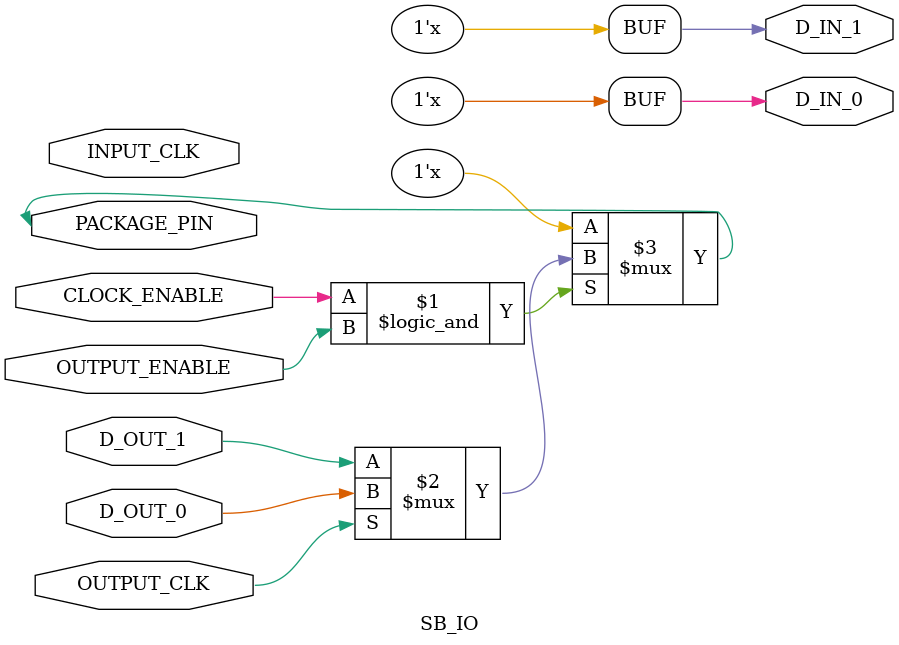
<source format=sv>
`timescale 1ns / 1ps
`default_nettype none
module SB_IO #(
    parameter PIN_TYPE = 6'b000000,
    parameter IO_STANDARD = "SB_LVCMOS"
) (
    inout  wire PACKAGE_PIN,
    input  wire OUTPUT_CLK,
    input  wire CLOCK_ENABLE,
    input  wire INPUT_CLK,
    input  wire OUTPUT_ENABLE,
    input  wire D_OUT_0,
    input  wire D_OUT_1,
    output wire D_IN_0,
    output wire D_IN_1
);

    // This model only implements PIN_TYPE = 6'b010000 (PIN_OUTPUT_DDR)

    assign PACKAGE_PIN = (CLOCK_ENABLE && OUTPUT_ENABLE) ?
                         (OUTPUT_CLK ? D_OUT_0 : D_OUT_1) :
                         1'bz; // High impedance when not enabled

    // Input path is not used in this design, so D_IN is not driven.
    assign D_IN_0 = 1'bz;
    assign D_IN_1 = 1'bz;

endmodule

</source>
